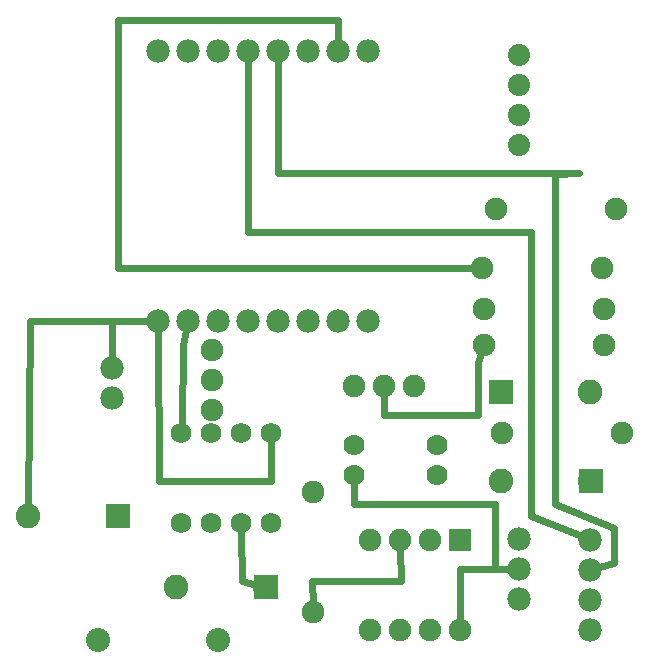
<source format=gbl>
G04 MADE WITH FRITZING*
G04 WWW.FRITZING.ORG*
G04 DOUBLE SIDED*
G04 HOLES PLATED*
G04 CONTOUR ON CENTER OF CONTOUR VECTOR*
%ASAXBY*%
%FSLAX23Y23*%
%MOIN*%
%OFA0B0*%
%SFA1.0B1.0*%
%ADD10C,0.075000*%
%ADD11C,0.068000*%
%ADD12C,0.070000*%
%ADD13C,0.082000*%
%ADD14C,0.080000*%
%ADD15C,0.077778*%
%ADD16C,0.078000*%
%ADD17C,0.073889*%
%ADD18R,0.082000X0.082000*%
%ADD19R,0.075000X0.075000*%
%ADD20C,0.024000*%
%LNCOPPER0*%
G90*
G70*
G54D10*
X793Y1098D03*
X793Y998D03*
X793Y898D03*
X1466Y976D03*
X1366Y976D03*
X1266Y976D03*
X1758Y819D03*
X2158Y819D03*
X1699Y1114D03*
X2099Y1114D03*
G54D11*
X990Y819D03*
X890Y819D03*
X790Y819D03*
X690Y819D03*
X690Y519D03*
X790Y519D03*
X890Y519D03*
X990Y519D03*
G54D12*
X1266Y780D03*
X1266Y680D03*
G54D13*
X970Y307D03*
X672Y307D03*
G54D14*
X413Y130D03*
X813Y130D03*
G54D15*
X1312Y2094D03*
X1212Y2094D03*
X1112Y2094D03*
X1012Y2094D03*
X912Y2094D03*
X812Y2094D03*
X712Y2094D03*
X612Y2094D03*
X612Y1194D03*
X712Y1194D03*
X812Y1194D03*
X912Y1194D03*
X1012Y1194D03*
X1112Y1194D03*
X1212Y1194D03*
X1312Y1194D03*
G54D16*
X2053Y465D03*
X2053Y365D03*
X2053Y265D03*
X2053Y165D03*
X459Y937D03*
X459Y1037D03*
X1817Y268D03*
X1817Y368D03*
X1817Y468D03*
G54D17*
X1817Y2079D03*
X1817Y1979D03*
X1817Y1879D03*
X1817Y1779D03*
G54D13*
X478Y543D03*
X178Y543D03*
G54D10*
X1620Y465D03*
X1620Y165D03*
X1520Y465D03*
X1520Y165D03*
X1420Y465D03*
X1420Y165D03*
X1320Y465D03*
X1320Y165D03*
X1738Y1567D03*
X2138Y1567D03*
X1699Y1232D03*
X2099Y1232D03*
X2092Y1370D03*
X1692Y1370D03*
G54D13*
X1755Y957D03*
X2053Y957D03*
X2053Y661D03*
X1755Y661D03*
G54D10*
X1128Y622D03*
X1128Y222D03*
G54D12*
X1541Y681D03*
X1541Y781D03*
G54D18*
X971Y307D03*
X478Y543D03*
G54D19*
X1620Y465D03*
G54D18*
X1754Y957D03*
X2054Y661D03*
G54D20*
X459Y1194D02*
X583Y1194D01*
D02*
X459Y1067D02*
X459Y1194D01*
D02*
X179Y575D02*
X184Y1194D01*
D02*
X184Y1194D02*
X583Y1194D01*
D02*
X695Y1115D02*
X706Y1165D01*
D02*
X691Y846D02*
X695Y1115D01*
D02*
X1127Y327D02*
X1128Y251D01*
D02*
X1422Y327D02*
X1127Y327D01*
D02*
X1420Y436D02*
X1422Y327D01*
D02*
X1679Y879D02*
X1364Y879D01*
D02*
X1364Y879D02*
X1365Y948D01*
D02*
X1679Y1054D02*
X1679Y879D01*
D02*
X1690Y1087D02*
X1679Y1054D01*
D02*
X893Y327D02*
X890Y492D01*
D02*
X939Y315D02*
X893Y327D01*
D02*
X478Y1371D02*
X1664Y1370D01*
D02*
X1212Y2197D02*
X478Y2198D01*
D02*
X478Y2198D02*
X478Y1371D01*
D02*
X1212Y2123D02*
X1212Y2197D01*
D02*
X1620Y368D02*
X1620Y193D01*
D02*
X1787Y368D02*
X1620Y368D01*
D02*
X617Y661D02*
X990Y661D01*
D02*
X990Y661D02*
X990Y792D01*
D02*
X612Y1165D02*
X617Y661D01*
D02*
X1266Y584D02*
X1737Y584D01*
D02*
X1737Y584D02*
X1737Y368D01*
D02*
X1737Y368D02*
X1787Y368D01*
D02*
X1266Y653D02*
X1266Y584D01*
D02*
X1935Y1685D02*
X2014Y1686D01*
D02*
X1935Y583D02*
X1935Y1685D01*
D02*
X2132Y503D02*
X1935Y583D01*
D02*
X2132Y386D02*
X2132Y503D01*
D02*
X2014Y1686D02*
X1012Y1686D01*
D02*
X1012Y1686D02*
X1012Y2065D01*
D02*
X2082Y372D02*
X2132Y386D01*
D02*
X1857Y1490D02*
X911Y1490D01*
D02*
X1856Y544D02*
X1857Y1490D01*
D02*
X911Y1490D02*
X912Y2065D01*
D02*
X2025Y476D02*
X1856Y544D01*
G04 End of Copper0*
M02*
</source>
